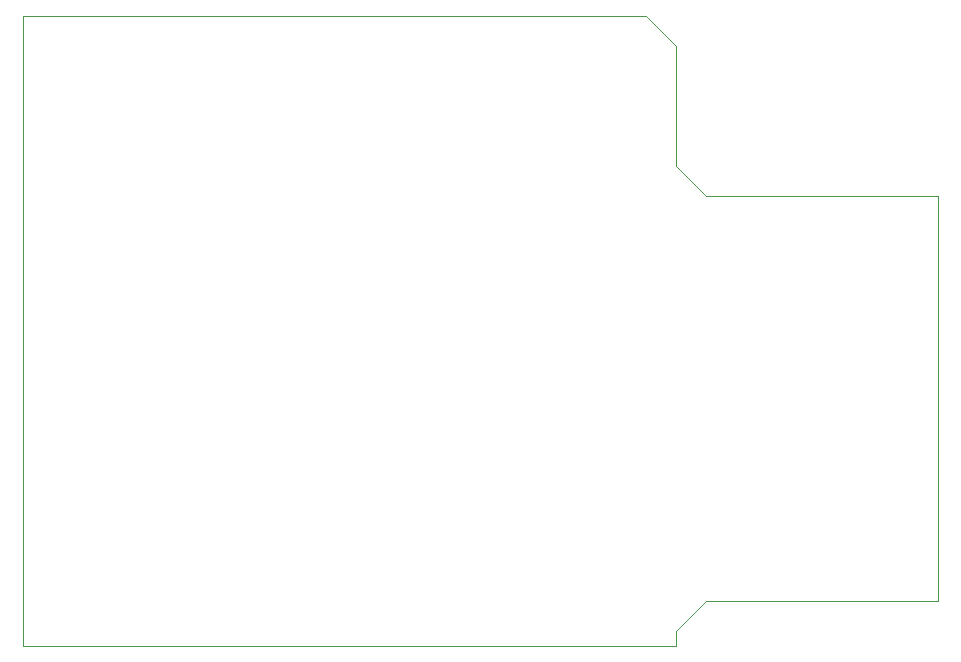
<source format=gbr>
%TF.GenerationSoftware,Altium Limited,Altium Designer,23.6.0 (18)*%
G04 Layer_Color=0*
%FSLAX45Y45*%
%MOMM*%
%TF.SameCoordinates,BE964043-2EFE-40DF-B488-D83AE96C0F84*%
%TF.FilePolarity,Positive*%
%TF.FileFunction,Profile,NP*%
%TF.Part,Single*%
G01*
G75*
%TA.AperFunction,Profile*%
%ADD37C,0.02540*%
D37*
X6858000Y3810000D02*
X8826500D01*
Y381000D01*
X6858000D01*
X6604000Y127000D01*
Y0D01*
X1079500D01*
Y5334000D01*
X6350000D01*
X6604000Y5080000D01*
Y4064000D01*
X6858000Y3810000D01*
%TF.MD5,1e1a6ccf8676e047274d097ca062c3af*%
M02*

</source>
